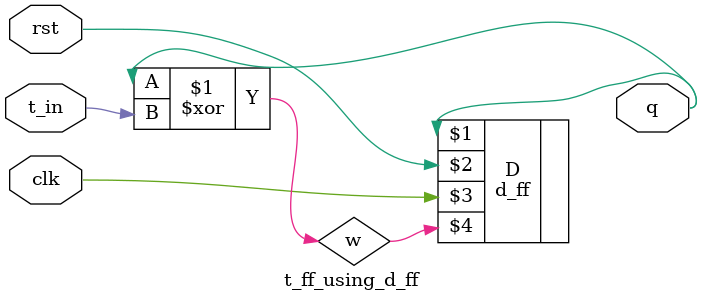
<source format=v>
module t_ff_using_d_ff(q,t_in,rst,clk);
    output wire q;
    input t_in,rst,clk;
    wire w;

    d_ff D(q,rst,clk,w);
    xor(w,q,t_in);

endmodule
</source>
